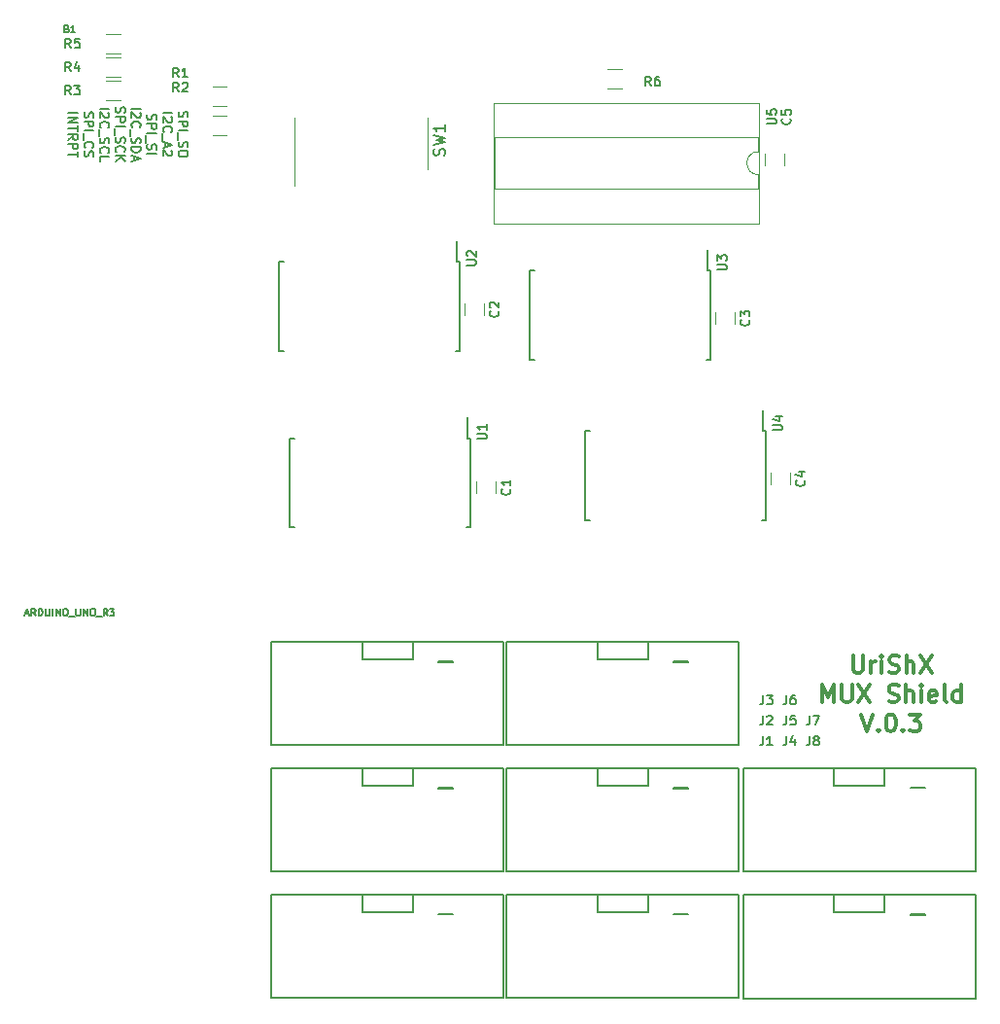
<source format=gto>
G04 #@! TF.FileFunction,Legend,Top*
%FSLAX46Y46*%
G04 Gerber Fmt 4.6, Leading zero omitted, Abs format (unit mm)*
G04 Created by KiCad (PCBNEW 4.0.7-e2-6376~58~ubuntu16.04.1) date Mon Aug 13 19:04:16 2018*
%MOMM*%
%LPD*%
G01*
G04 APERTURE LIST*
%ADD10C,0.100000*%
%ADD11C,0.300000*%
%ADD12C,0.152400*%
%ADD13C,0.120000*%
%ADD14C,0.150000*%
%ADD15C,0.203200*%
%ADD16C,0.127000*%
G04 APERTURE END LIST*
D10*
D11*
X167076858Y-111690571D02*
X167076858Y-112904857D01*
X167148286Y-113047714D01*
X167219715Y-113119143D01*
X167362572Y-113190571D01*
X167648286Y-113190571D01*
X167791144Y-113119143D01*
X167862572Y-113047714D01*
X167934001Y-112904857D01*
X167934001Y-111690571D01*
X168648287Y-113190571D02*
X168648287Y-112190571D01*
X168648287Y-112476286D02*
X168719715Y-112333429D01*
X168791144Y-112262000D01*
X168934001Y-112190571D01*
X169076858Y-112190571D01*
X169576858Y-113190571D02*
X169576858Y-112190571D01*
X169576858Y-111690571D02*
X169505429Y-111762000D01*
X169576858Y-111833429D01*
X169648286Y-111762000D01*
X169576858Y-111690571D01*
X169576858Y-111833429D01*
X170219715Y-113119143D02*
X170434001Y-113190571D01*
X170791144Y-113190571D01*
X170934001Y-113119143D01*
X171005430Y-113047714D01*
X171076858Y-112904857D01*
X171076858Y-112762000D01*
X171005430Y-112619143D01*
X170934001Y-112547714D01*
X170791144Y-112476286D01*
X170505430Y-112404857D01*
X170362572Y-112333429D01*
X170291144Y-112262000D01*
X170219715Y-112119143D01*
X170219715Y-111976286D01*
X170291144Y-111833429D01*
X170362572Y-111762000D01*
X170505430Y-111690571D01*
X170862572Y-111690571D01*
X171076858Y-111762000D01*
X171719715Y-113190571D02*
X171719715Y-111690571D01*
X172362572Y-113190571D02*
X172362572Y-112404857D01*
X172291143Y-112262000D01*
X172148286Y-112190571D01*
X171934001Y-112190571D01*
X171791143Y-112262000D01*
X171719715Y-112333429D01*
X172934001Y-111690571D02*
X173934001Y-113190571D01*
X173934001Y-111690571D02*
X172934001Y-113190571D01*
X164398286Y-115740571D02*
X164398286Y-114240571D01*
X164898286Y-115312000D01*
X165398286Y-114240571D01*
X165398286Y-115740571D01*
X166112572Y-114240571D02*
X166112572Y-115454857D01*
X166184000Y-115597714D01*
X166255429Y-115669143D01*
X166398286Y-115740571D01*
X166684000Y-115740571D01*
X166826858Y-115669143D01*
X166898286Y-115597714D01*
X166969715Y-115454857D01*
X166969715Y-114240571D01*
X167541144Y-114240571D02*
X168541144Y-115740571D01*
X168541144Y-114240571D02*
X167541144Y-115740571D01*
X170184000Y-115669143D02*
X170398286Y-115740571D01*
X170755429Y-115740571D01*
X170898286Y-115669143D01*
X170969715Y-115597714D01*
X171041143Y-115454857D01*
X171041143Y-115312000D01*
X170969715Y-115169143D01*
X170898286Y-115097714D01*
X170755429Y-115026286D01*
X170469715Y-114954857D01*
X170326857Y-114883429D01*
X170255429Y-114812000D01*
X170184000Y-114669143D01*
X170184000Y-114526286D01*
X170255429Y-114383429D01*
X170326857Y-114312000D01*
X170469715Y-114240571D01*
X170826857Y-114240571D01*
X171041143Y-114312000D01*
X171684000Y-115740571D02*
X171684000Y-114240571D01*
X172326857Y-115740571D02*
X172326857Y-114954857D01*
X172255428Y-114812000D01*
X172112571Y-114740571D01*
X171898286Y-114740571D01*
X171755428Y-114812000D01*
X171684000Y-114883429D01*
X173041143Y-115740571D02*
X173041143Y-114740571D01*
X173041143Y-114240571D02*
X172969714Y-114312000D01*
X173041143Y-114383429D01*
X173112571Y-114312000D01*
X173041143Y-114240571D01*
X173041143Y-114383429D01*
X174326857Y-115669143D02*
X174184000Y-115740571D01*
X173898286Y-115740571D01*
X173755429Y-115669143D01*
X173684000Y-115526286D01*
X173684000Y-114954857D01*
X173755429Y-114812000D01*
X173898286Y-114740571D01*
X174184000Y-114740571D01*
X174326857Y-114812000D01*
X174398286Y-114954857D01*
X174398286Y-115097714D01*
X173684000Y-115240571D01*
X175255429Y-115740571D02*
X175112571Y-115669143D01*
X175041143Y-115526286D01*
X175041143Y-114240571D01*
X176469714Y-115740571D02*
X176469714Y-114240571D01*
X176469714Y-115669143D02*
X176326857Y-115740571D01*
X176041143Y-115740571D01*
X175898285Y-115669143D01*
X175826857Y-115597714D01*
X175755428Y-115454857D01*
X175755428Y-115026286D01*
X175826857Y-114883429D01*
X175898285Y-114812000D01*
X176041143Y-114740571D01*
X176326857Y-114740571D01*
X176469714Y-114812000D01*
X167791143Y-116790571D02*
X168291143Y-118290571D01*
X168791143Y-116790571D01*
X169291143Y-118147714D02*
X169362571Y-118219143D01*
X169291143Y-118290571D01*
X169219714Y-118219143D01*
X169291143Y-118147714D01*
X169291143Y-118290571D01*
X170291143Y-116790571D02*
X170434000Y-116790571D01*
X170576857Y-116862000D01*
X170648286Y-116933429D01*
X170719715Y-117076286D01*
X170791143Y-117362000D01*
X170791143Y-117719143D01*
X170719715Y-118004857D01*
X170648286Y-118147714D01*
X170576857Y-118219143D01*
X170434000Y-118290571D01*
X170291143Y-118290571D01*
X170148286Y-118219143D01*
X170076857Y-118147714D01*
X170005429Y-118004857D01*
X169934000Y-117719143D01*
X169934000Y-117362000D01*
X170005429Y-117076286D01*
X170076857Y-116933429D01*
X170148286Y-116862000D01*
X170291143Y-116790571D01*
X171434000Y-118147714D02*
X171505428Y-118219143D01*
X171434000Y-118290571D01*
X171362571Y-118219143D01*
X171434000Y-118147714D01*
X171434000Y-118290571D01*
X172005429Y-116790571D02*
X172934000Y-116790571D01*
X172434000Y-117362000D01*
X172648286Y-117362000D01*
X172791143Y-117433429D01*
X172862572Y-117504857D01*
X172934000Y-117647714D01*
X172934000Y-118004857D01*
X172862572Y-118147714D01*
X172791143Y-118219143D01*
X172648286Y-118290571D01*
X172219714Y-118290571D01*
X172076857Y-118219143D01*
X172005429Y-118147714D01*
D12*
X108357610Y-64339410D02*
X108318905Y-64455524D01*
X108318905Y-64649048D01*
X108357610Y-64726458D01*
X108396314Y-64765162D01*
X108473724Y-64803867D01*
X108551133Y-64803867D01*
X108628543Y-64765162D01*
X108667248Y-64726458D01*
X108705952Y-64649048D01*
X108744657Y-64494229D01*
X108783362Y-64416820D01*
X108822067Y-64378115D01*
X108899476Y-64339410D01*
X108976886Y-64339410D01*
X109054295Y-64378115D01*
X109093000Y-64416820D01*
X109131705Y-64494229D01*
X109131705Y-64687753D01*
X109093000Y-64803867D01*
X108318905Y-65152210D02*
X109131705Y-65152210D01*
X109131705Y-65461848D01*
X109093000Y-65539257D01*
X109054295Y-65577962D01*
X108976886Y-65616667D01*
X108860771Y-65616667D01*
X108783362Y-65577962D01*
X108744657Y-65539257D01*
X108705952Y-65461848D01*
X108705952Y-65152210D01*
X108318905Y-65965010D02*
X109131705Y-65965010D01*
X108241495Y-66158534D02*
X108241495Y-66777810D01*
X108357610Y-66932629D02*
X108318905Y-67048743D01*
X108318905Y-67242267D01*
X108357610Y-67319677D01*
X108396314Y-67358381D01*
X108473724Y-67397086D01*
X108551133Y-67397086D01*
X108628543Y-67358381D01*
X108667248Y-67319677D01*
X108705952Y-67242267D01*
X108744657Y-67087448D01*
X108783362Y-67010039D01*
X108822067Y-66971334D01*
X108899476Y-66932629D01*
X108976886Y-66932629D01*
X109054295Y-66971334D01*
X109093000Y-67010039D01*
X109131705Y-67087448D01*
X109131705Y-67280972D01*
X109093000Y-67397086D01*
X109131705Y-67900248D02*
X109131705Y-68055067D01*
X109093000Y-68132476D01*
X109015590Y-68209886D01*
X108860771Y-68248591D01*
X108589838Y-68248591D01*
X108435019Y-68209886D01*
X108357610Y-68132476D01*
X108318905Y-68055067D01*
X108318905Y-67900248D01*
X108357610Y-67822838D01*
X108435019Y-67745429D01*
X108589838Y-67706724D01*
X108860771Y-67706724D01*
X109015590Y-67745429D01*
X109093000Y-67822838D01*
X109131705Y-67900248D01*
X106947305Y-64455524D02*
X107760105Y-64455524D01*
X107682695Y-64803867D02*
X107721400Y-64842572D01*
X107760105Y-64919981D01*
X107760105Y-65113505D01*
X107721400Y-65190915D01*
X107682695Y-65229619D01*
X107605286Y-65268324D01*
X107527876Y-65268324D01*
X107411762Y-65229619D01*
X106947305Y-64765162D01*
X106947305Y-65268324D01*
X107024714Y-66081124D02*
X106986010Y-66042419D01*
X106947305Y-65926305D01*
X106947305Y-65848895D01*
X106986010Y-65732781D01*
X107063419Y-65655372D01*
X107140829Y-65616667D01*
X107295648Y-65577962D01*
X107411762Y-65577962D01*
X107566581Y-65616667D01*
X107643990Y-65655372D01*
X107721400Y-65732781D01*
X107760105Y-65848895D01*
X107760105Y-65926305D01*
X107721400Y-66042419D01*
X107682695Y-66081124D01*
X106869895Y-66235943D02*
X106869895Y-66855219D01*
X107179533Y-67010038D02*
X107179533Y-67397086D01*
X106947305Y-66932629D02*
X107760105Y-67203562D01*
X106947305Y-67474495D01*
X107682695Y-67706724D02*
X107721400Y-67745429D01*
X107760105Y-67822838D01*
X107760105Y-68016362D01*
X107721400Y-68093772D01*
X107682695Y-68132476D01*
X107605286Y-68171181D01*
X107527876Y-68171181D01*
X107411762Y-68132476D01*
X106947305Y-67668019D01*
X106947305Y-68171181D01*
X105614410Y-64571638D02*
X105575705Y-64687752D01*
X105575705Y-64881276D01*
X105614410Y-64958686D01*
X105653114Y-64997390D01*
X105730524Y-65036095D01*
X105807933Y-65036095D01*
X105885343Y-64997390D01*
X105924048Y-64958686D01*
X105962752Y-64881276D01*
X106001457Y-64726457D01*
X106040162Y-64649048D01*
X106078867Y-64610343D01*
X106156276Y-64571638D01*
X106233686Y-64571638D01*
X106311095Y-64610343D01*
X106349800Y-64649048D01*
X106388505Y-64726457D01*
X106388505Y-64919981D01*
X106349800Y-65036095D01*
X105575705Y-65384438D02*
X106388505Y-65384438D01*
X106388505Y-65694076D01*
X106349800Y-65771485D01*
X106311095Y-65810190D01*
X106233686Y-65848895D01*
X106117571Y-65848895D01*
X106040162Y-65810190D01*
X106001457Y-65771485D01*
X105962752Y-65694076D01*
X105962752Y-65384438D01*
X105575705Y-66197238D02*
X106388505Y-66197238D01*
X105498295Y-66390762D02*
X105498295Y-67010038D01*
X105614410Y-67164857D02*
X105575705Y-67280971D01*
X105575705Y-67474495D01*
X105614410Y-67551905D01*
X105653114Y-67590609D01*
X105730524Y-67629314D01*
X105807933Y-67629314D01*
X105885343Y-67590609D01*
X105924048Y-67551905D01*
X105962752Y-67474495D01*
X106001457Y-67319676D01*
X106040162Y-67242267D01*
X106078867Y-67203562D01*
X106156276Y-67164857D01*
X106233686Y-67164857D01*
X106311095Y-67203562D01*
X106349800Y-67242267D01*
X106388505Y-67319676D01*
X106388505Y-67513200D01*
X106349800Y-67629314D01*
X105575705Y-67977657D02*
X106388505Y-67977657D01*
X104204105Y-64049124D02*
X105016905Y-64049124D01*
X104939495Y-64397467D02*
X104978200Y-64436172D01*
X105016905Y-64513581D01*
X105016905Y-64707105D01*
X104978200Y-64784515D01*
X104939495Y-64823219D01*
X104862086Y-64861924D01*
X104784676Y-64861924D01*
X104668562Y-64823219D01*
X104204105Y-64358762D01*
X104204105Y-64861924D01*
X104281514Y-65674724D02*
X104242810Y-65636019D01*
X104204105Y-65519905D01*
X104204105Y-65442495D01*
X104242810Y-65326381D01*
X104320219Y-65248972D01*
X104397629Y-65210267D01*
X104552448Y-65171562D01*
X104668562Y-65171562D01*
X104823381Y-65210267D01*
X104900790Y-65248972D01*
X104978200Y-65326381D01*
X105016905Y-65442495D01*
X105016905Y-65519905D01*
X104978200Y-65636019D01*
X104939495Y-65674724D01*
X104126695Y-65829543D02*
X104126695Y-66448819D01*
X104242810Y-66603638D02*
X104204105Y-66719752D01*
X104204105Y-66913276D01*
X104242810Y-66990686D01*
X104281514Y-67029390D01*
X104358924Y-67068095D01*
X104436333Y-67068095D01*
X104513743Y-67029390D01*
X104552448Y-66990686D01*
X104591152Y-66913276D01*
X104629857Y-66758457D01*
X104668562Y-66681048D01*
X104707267Y-66642343D01*
X104784676Y-66603638D01*
X104862086Y-66603638D01*
X104939495Y-66642343D01*
X104978200Y-66681048D01*
X105016905Y-66758457D01*
X105016905Y-66951981D01*
X104978200Y-67068095D01*
X104204105Y-67416438D02*
X105016905Y-67416438D01*
X105016905Y-67609962D01*
X104978200Y-67726076D01*
X104900790Y-67803485D01*
X104823381Y-67842190D01*
X104668562Y-67880895D01*
X104552448Y-67880895D01*
X104397629Y-67842190D01*
X104320219Y-67803485D01*
X104242810Y-67726076D01*
X104204105Y-67609962D01*
X104204105Y-67416438D01*
X104436333Y-68190533D02*
X104436333Y-68577581D01*
X104204105Y-68113124D02*
X105016905Y-68384057D01*
X104204105Y-68654990D01*
X102871210Y-63952362D02*
X102832505Y-64068476D01*
X102832505Y-64262000D01*
X102871210Y-64339410D01*
X102909914Y-64378114D01*
X102987324Y-64416819D01*
X103064733Y-64416819D01*
X103142143Y-64378114D01*
X103180848Y-64339410D01*
X103219552Y-64262000D01*
X103258257Y-64107181D01*
X103296962Y-64029772D01*
X103335667Y-63991067D01*
X103413076Y-63952362D01*
X103490486Y-63952362D01*
X103567895Y-63991067D01*
X103606600Y-64029772D01*
X103645305Y-64107181D01*
X103645305Y-64300705D01*
X103606600Y-64416819D01*
X102832505Y-64765162D02*
X103645305Y-64765162D01*
X103645305Y-65074800D01*
X103606600Y-65152209D01*
X103567895Y-65190914D01*
X103490486Y-65229619D01*
X103374371Y-65229619D01*
X103296962Y-65190914D01*
X103258257Y-65152209D01*
X103219552Y-65074800D01*
X103219552Y-64765162D01*
X102832505Y-65577962D02*
X103645305Y-65577962D01*
X102755095Y-65771486D02*
X102755095Y-66390762D01*
X102871210Y-66545581D02*
X102832505Y-66661695D01*
X102832505Y-66855219D01*
X102871210Y-66932629D01*
X102909914Y-66971333D01*
X102987324Y-67010038D01*
X103064733Y-67010038D01*
X103142143Y-66971333D01*
X103180848Y-66932629D01*
X103219552Y-66855219D01*
X103258257Y-66700400D01*
X103296962Y-66622991D01*
X103335667Y-66584286D01*
X103413076Y-66545581D01*
X103490486Y-66545581D01*
X103567895Y-66584286D01*
X103606600Y-66622991D01*
X103645305Y-66700400D01*
X103645305Y-66893924D01*
X103606600Y-67010038D01*
X102909914Y-67822838D02*
X102871210Y-67784133D01*
X102832505Y-67668019D01*
X102832505Y-67590609D01*
X102871210Y-67474495D01*
X102948619Y-67397086D01*
X103026029Y-67358381D01*
X103180848Y-67319676D01*
X103296962Y-67319676D01*
X103451781Y-67358381D01*
X103529190Y-67397086D01*
X103606600Y-67474495D01*
X103645305Y-67590609D01*
X103645305Y-67668019D01*
X103606600Y-67784133D01*
X103567895Y-67822838D01*
X102832505Y-68171181D02*
X103645305Y-68171181D01*
X102832505Y-68635638D02*
X103296962Y-68287295D01*
X103645305Y-68635638D02*
X103180848Y-68171181D01*
X101460905Y-64068477D02*
X102273705Y-64068477D01*
X102196295Y-64416820D02*
X102235000Y-64455525D01*
X102273705Y-64532934D01*
X102273705Y-64726458D01*
X102235000Y-64803868D01*
X102196295Y-64842572D01*
X102118886Y-64881277D01*
X102041476Y-64881277D01*
X101925362Y-64842572D01*
X101460905Y-64378115D01*
X101460905Y-64881277D01*
X101538314Y-65694077D02*
X101499610Y-65655372D01*
X101460905Y-65539258D01*
X101460905Y-65461848D01*
X101499610Y-65345734D01*
X101577019Y-65268325D01*
X101654429Y-65229620D01*
X101809248Y-65190915D01*
X101925362Y-65190915D01*
X102080181Y-65229620D01*
X102157590Y-65268325D01*
X102235000Y-65345734D01*
X102273705Y-65461848D01*
X102273705Y-65539258D01*
X102235000Y-65655372D01*
X102196295Y-65694077D01*
X101383495Y-65848896D02*
X101383495Y-66468172D01*
X101499610Y-66622991D02*
X101460905Y-66739105D01*
X101460905Y-66932629D01*
X101499610Y-67010039D01*
X101538314Y-67048743D01*
X101615724Y-67087448D01*
X101693133Y-67087448D01*
X101770543Y-67048743D01*
X101809248Y-67010039D01*
X101847952Y-66932629D01*
X101886657Y-66777810D01*
X101925362Y-66700401D01*
X101964067Y-66661696D01*
X102041476Y-66622991D01*
X102118886Y-66622991D01*
X102196295Y-66661696D01*
X102235000Y-66700401D01*
X102273705Y-66777810D01*
X102273705Y-66971334D01*
X102235000Y-67087448D01*
X101538314Y-67900248D02*
X101499610Y-67861543D01*
X101460905Y-67745429D01*
X101460905Y-67668019D01*
X101499610Y-67551905D01*
X101577019Y-67474496D01*
X101654429Y-67435791D01*
X101809248Y-67397086D01*
X101925362Y-67397086D01*
X102080181Y-67435791D01*
X102157590Y-67474496D01*
X102235000Y-67551905D01*
X102273705Y-67668019D01*
X102273705Y-67745429D01*
X102235000Y-67861543D01*
X102196295Y-67900248D01*
X101460905Y-68635638D02*
X101460905Y-68248591D01*
X102273705Y-68248591D01*
X100128010Y-64358762D02*
X100089305Y-64474876D01*
X100089305Y-64668400D01*
X100128010Y-64745810D01*
X100166714Y-64784514D01*
X100244124Y-64823219D01*
X100321533Y-64823219D01*
X100398943Y-64784514D01*
X100437648Y-64745810D01*
X100476352Y-64668400D01*
X100515057Y-64513581D01*
X100553762Y-64436172D01*
X100592467Y-64397467D01*
X100669876Y-64358762D01*
X100747286Y-64358762D01*
X100824695Y-64397467D01*
X100863400Y-64436172D01*
X100902105Y-64513581D01*
X100902105Y-64707105D01*
X100863400Y-64823219D01*
X100089305Y-65171562D02*
X100902105Y-65171562D01*
X100902105Y-65481200D01*
X100863400Y-65558609D01*
X100824695Y-65597314D01*
X100747286Y-65636019D01*
X100631171Y-65636019D01*
X100553762Y-65597314D01*
X100515057Y-65558609D01*
X100476352Y-65481200D01*
X100476352Y-65171562D01*
X100089305Y-65984362D02*
X100902105Y-65984362D01*
X100011895Y-66177886D02*
X100011895Y-66797162D01*
X100166714Y-67455143D02*
X100128010Y-67416438D01*
X100089305Y-67300324D01*
X100089305Y-67222914D01*
X100128010Y-67106800D01*
X100205419Y-67029391D01*
X100282829Y-66990686D01*
X100437648Y-66951981D01*
X100553762Y-66951981D01*
X100708581Y-66990686D01*
X100785990Y-67029391D01*
X100863400Y-67106800D01*
X100902105Y-67222914D01*
X100902105Y-67300324D01*
X100863400Y-67416438D01*
X100824695Y-67455143D01*
X100128010Y-67764781D02*
X100089305Y-67880895D01*
X100089305Y-68074419D01*
X100128010Y-68151829D01*
X100166714Y-68190533D01*
X100244124Y-68229238D01*
X100321533Y-68229238D01*
X100398943Y-68190533D01*
X100437648Y-68151829D01*
X100476352Y-68074419D01*
X100515057Y-67919600D01*
X100553762Y-67842191D01*
X100592467Y-67803486D01*
X100669876Y-67764781D01*
X100747286Y-67764781D01*
X100824695Y-67803486D01*
X100863400Y-67842191D01*
X100902105Y-67919600D01*
X100902105Y-68113124D01*
X100863400Y-68229238D01*
X98717705Y-64436172D02*
X99530505Y-64436172D01*
X98717705Y-64823220D02*
X99530505Y-64823220D01*
X98717705Y-65287677D01*
X99530505Y-65287677D01*
X99530505Y-65558611D02*
X99530505Y-66023068D01*
X98717705Y-65790839D02*
X99530505Y-65790839D01*
X98717705Y-66758458D02*
X99104752Y-66487525D01*
X98717705Y-66294001D02*
X99530505Y-66294001D01*
X99530505Y-66603639D01*
X99491800Y-66681048D01*
X99453095Y-66719753D01*
X99375686Y-66758458D01*
X99259571Y-66758458D01*
X99182162Y-66719753D01*
X99143457Y-66681048D01*
X99104752Y-66603639D01*
X99104752Y-66294001D01*
X98717705Y-67106801D02*
X99530505Y-67106801D01*
X99530505Y-67416439D01*
X99491800Y-67493848D01*
X99453095Y-67532553D01*
X99375686Y-67571258D01*
X99259571Y-67571258D01*
X99182162Y-67532553D01*
X99143457Y-67493848D01*
X99104752Y-67416439D01*
X99104752Y-67106801D01*
X99530505Y-67803487D02*
X99530505Y-68267944D01*
X98717705Y-68035715D02*
X99530505Y-68035715D01*
D13*
X118431000Y-70756000D02*
X118431000Y-64806000D01*
X129981000Y-69306000D02*
X129981000Y-64806000D01*
D14*
X133755000Y-92765000D02*
X133480000Y-92765000D01*
X133755000Y-100515000D02*
X133390000Y-100515000D01*
X118005000Y-100515000D02*
X118370000Y-100515000D01*
X118005000Y-92765000D02*
X118370000Y-92765000D01*
X133755000Y-92765000D02*
X133755000Y-100515000D01*
X118005000Y-92765000D02*
X118005000Y-100515000D01*
X133480000Y-92765000D02*
X133480000Y-90940000D01*
D15*
X173355000Y-134259320D02*
X172085000Y-134259320D01*
X177739040Y-141531340D02*
X157540960Y-141531340D01*
X157540960Y-132534660D02*
X165440360Y-132534660D01*
X165440360Y-132534660D02*
X169839640Y-132534660D01*
X169839640Y-132534660D02*
X177739040Y-132534660D01*
X177739040Y-132534660D02*
X177739040Y-141432280D01*
X157540960Y-141531340D02*
X157540960Y-132534660D01*
X169839640Y-132534660D02*
X169839640Y-134033260D01*
X169839640Y-134033260D02*
X165440360Y-134033260D01*
X165440360Y-134033260D02*
X165440360Y-132534660D01*
X173355000Y-134221220D02*
X172085000Y-134221220D01*
X173355000Y-123210320D02*
X172085000Y-123210320D01*
X177739040Y-130482340D02*
X157540960Y-130482340D01*
X157540960Y-121485660D02*
X165440360Y-121485660D01*
X165440360Y-121485660D02*
X169839640Y-121485660D01*
X169839640Y-121485660D02*
X177739040Y-121485660D01*
X177739040Y-121485660D02*
X177739040Y-130383280D01*
X157540960Y-130482340D02*
X157540960Y-121485660D01*
X169839640Y-121485660D02*
X169839640Y-122984260D01*
X169839640Y-122984260D02*
X165440360Y-122984260D01*
X165440360Y-122984260D02*
X165440360Y-121485660D01*
X173355000Y-123172220D02*
X172085000Y-123172220D01*
X152715000Y-123226320D02*
X151445000Y-123226320D01*
X157099040Y-130498340D02*
X136900960Y-130498340D01*
X136900960Y-121501660D02*
X144800360Y-121501660D01*
X144800360Y-121501660D02*
X149199640Y-121501660D01*
X149199640Y-121501660D02*
X157099040Y-121501660D01*
X157099040Y-121501660D02*
X157099040Y-130399280D01*
X136900960Y-130498340D02*
X136900960Y-121501660D01*
X149199640Y-121501660D02*
X149199640Y-123000260D01*
X149199640Y-123000260D02*
X144800360Y-123000260D01*
X144800360Y-123000260D02*
X144800360Y-121501660D01*
X152715000Y-123188220D02*
X151445000Y-123188220D01*
X132215000Y-112226320D02*
X130945000Y-112226320D01*
X136599040Y-119498340D02*
X116400960Y-119498340D01*
X116400960Y-110501660D02*
X124300360Y-110501660D01*
X124300360Y-110501660D02*
X128699640Y-110501660D01*
X128699640Y-110501660D02*
X136599040Y-110501660D01*
X136599040Y-110501660D02*
X136599040Y-119399280D01*
X116400960Y-119498340D02*
X116400960Y-110501660D01*
X128699640Y-110501660D02*
X128699640Y-112000260D01*
X128699640Y-112000260D02*
X124300360Y-112000260D01*
X124300360Y-112000260D02*
X124300360Y-110501660D01*
X132215000Y-112188220D02*
X130945000Y-112188220D01*
X132215000Y-123226320D02*
X130945000Y-123226320D01*
X136599040Y-130498340D02*
X116400960Y-130498340D01*
X116400960Y-121501660D02*
X124300360Y-121501660D01*
X124300360Y-121501660D02*
X128699640Y-121501660D01*
X128699640Y-121501660D02*
X136599040Y-121501660D01*
X136599040Y-121501660D02*
X136599040Y-130399280D01*
X116400960Y-130498340D02*
X116400960Y-121501660D01*
X128699640Y-121501660D02*
X128699640Y-123000260D01*
X128699640Y-123000260D02*
X124300360Y-123000260D01*
X124300360Y-123000260D02*
X124300360Y-121501660D01*
X132215000Y-123188220D02*
X130945000Y-123188220D01*
X152715000Y-112226320D02*
X151445000Y-112226320D01*
X157099040Y-119498340D02*
X136900960Y-119498340D01*
X136900960Y-110501660D02*
X144800360Y-110501660D01*
X144800360Y-110501660D02*
X149199640Y-110501660D01*
X149199640Y-110501660D02*
X157099040Y-110501660D01*
X157099040Y-110501660D02*
X157099040Y-119399280D01*
X136900960Y-119498340D02*
X136900960Y-110501660D01*
X149199640Y-110501660D02*
X149199640Y-112000260D01*
X149199640Y-112000260D02*
X144800360Y-112000260D01*
X144800360Y-112000260D02*
X144800360Y-110501660D01*
X152715000Y-112188220D02*
X151445000Y-112188220D01*
D13*
X102016000Y-61604000D02*
X103216000Y-61604000D01*
X103216000Y-63364000D02*
X102016000Y-63364000D01*
X134962000Y-82034000D02*
X134962000Y-81034000D01*
X133262000Y-81034000D02*
X133262000Y-82034000D01*
X135978000Y-97528000D02*
X135978000Y-96528000D01*
X134278000Y-96528000D02*
X134278000Y-97528000D01*
X156806000Y-82796000D02*
X156806000Y-81796000D01*
X155106000Y-81796000D02*
X155106000Y-82796000D01*
X161632000Y-96766000D02*
X161632000Y-95766000D01*
X159932000Y-95766000D02*
X159932000Y-96766000D01*
X159400000Y-68000000D02*
X159400000Y-69000000D01*
X161100000Y-69000000D02*
X161100000Y-68000000D01*
X112510000Y-63865000D02*
X111310000Y-63865000D01*
X111310000Y-62105000D02*
X112510000Y-62105000D01*
X112510000Y-66405000D02*
X111310000Y-66405000D01*
X111310000Y-64645000D02*
X112510000Y-64645000D01*
X103216000Y-59300000D02*
X102016000Y-59300000D01*
X102016000Y-57540000D02*
X103216000Y-57540000D01*
X102016000Y-59572000D02*
X103216000Y-59572000D01*
X103216000Y-61332000D02*
X102016000Y-61332000D01*
D14*
X132843000Y-77405000D02*
X132568000Y-77405000D01*
X132843000Y-85155000D02*
X132478000Y-85155000D01*
X117093000Y-85155000D02*
X117458000Y-85155000D01*
X117093000Y-77405000D02*
X117458000Y-77405000D01*
X132843000Y-77405000D02*
X132843000Y-85155000D01*
X117093000Y-77405000D02*
X117093000Y-85155000D01*
X132568000Y-77405000D02*
X132568000Y-75580000D01*
X154687000Y-78167000D02*
X154412000Y-78167000D01*
X154687000Y-85917000D02*
X154322000Y-85917000D01*
X138937000Y-85917000D02*
X139302000Y-85917000D01*
X138937000Y-78167000D02*
X139302000Y-78167000D01*
X154687000Y-78167000D02*
X154687000Y-85917000D01*
X138937000Y-78167000D02*
X138937000Y-85917000D01*
X154412000Y-78167000D02*
X154412000Y-76342000D01*
X159513000Y-92137000D02*
X159238000Y-92137000D01*
X159513000Y-99887000D02*
X159148000Y-99887000D01*
X143763000Y-99887000D02*
X144128000Y-99887000D01*
X143763000Y-92137000D02*
X144128000Y-92137000D01*
X159513000Y-92137000D02*
X159513000Y-99887000D01*
X143763000Y-92137000D02*
X143763000Y-99887000D01*
X159238000Y-92137000D02*
X159238000Y-90312000D01*
D15*
X132215000Y-134226320D02*
X130945000Y-134226320D01*
X136599040Y-141498340D02*
X116400960Y-141498340D01*
X116400960Y-132501660D02*
X124300360Y-132501660D01*
X124300360Y-132501660D02*
X128699640Y-132501660D01*
X128699640Y-132501660D02*
X136599040Y-132501660D01*
X136599040Y-132501660D02*
X136599040Y-141399280D01*
X116400960Y-141498340D02*
X116400960Y-132501660D01*
X128699640Y-132501660D02*
X128699640Y-134000260D01*
X128699640Y-134000260D02*
X124300360Y-134000260D01*
X124300360Y-134000260D02*
X124300360Y-132501660D01*
X132215000Y-134188220D02*
X130945000Y-134188220D01*
X152715000Y-134226320D02*
X151445000Y-134226320D01*
X157099040Y-141498340D02*
X136900960Y-141498340D01*
X136900960Y-132501660D02*
X144800360Y-132501660D01*
X144800360Y-132501660D02*
X149199640Y-132501660D01*
X149199640Y-132501660D02*
X157099040Y-132501660D01*
X157099040Y-132501660D02*
X157099040Y-141399280D01*
X136900960Y-141498340D02*
X136900960Y-132501660D01*
X149199640Y-132501660D02*
X149199640Y-134000260D01*
X149199640Y-134000260D02*
X144800360Y-134000260D01*
X144800360Y-134000260D02*
X144800360Y-132501660D01*
X152715000Y-134188220D02*
X151445000Y-134188220D01*
D13*
X158830000Y-69810000D02*
G75*
G02X158830000Y-67810000I0J1000000D01*
G01*
X158830000Y-67810000D02*
X158830000Y-66560000D01*
X158830000Y-66560000D02*
X135850000Y-66560000D01*
X135850000Y-66560000D02*
X135850000Y-71060000D01*
X135850000Y-71060000D02*
X158830000Y-71060000D01*
X158830000Y-71060000D02*
X158830000Y-69810000D01*
X158890000Y-63560000D02*
X135790000Y-63560000D01*
X135790000Y-63560000D02*
X135790000Y-74060000D01*
X135790000Y-74060000D02*
X158890000Y-74060000D01*
X158890000Y-74060000D02*
X158890000Y-63560000D01*
X145704000Y-60588000D02*
X146904000Y-60588000D01*
X146904000Y-62348000D02*
X145704000Y-62348000D01*
D14*
X131468762Y-68135333D02*
X131516381Y-67992476D01*
X131516381Y-67754380D01*
X131468762Y-67659142D01*
X131421143Y-67611523D01*
X131325905Y-67563904D01*
X131230667Y-67563904D01*
X131135429Y-67611523D01*
X131087810Y-67659142D01*
X131040190Y-67754380D01*
X130992571Y-67944857D01*
X130944952Y-68040095D01*
X130897333Y-68087714D01*
X130802095Y-68135333D01*
X130706857Y-68135333D01*
X130611619Y-68087714D01*
X130564000Y-68040095D01*
X130516381Y-67944857D01*
X130516381Y-67706761D01*
X130564000Y-67563904D01*
X130516381Y-67230571D02*
X131516381Y-66992476D01*
X130802095Y-66801999D01*
X131516381Y-66611523D01*
X130516381Y-66373428D01*
X131516381Y-65468666D02*
X131516381Y-66040095D01*
X131516381Y-65754381D02*
X130516381Y-65754381D01*
X130659238Y-65849619D01*
X130754476Y-65944857D01*
X130802095Y-66040095D01*
D12*
X134324895Y-92814276D02*
X134982876Y-92814276D01*
X135060286Y-92775571D01*
X135098990Y-92736867D01*
X135137695Y-92659457D01*
X135137695Y-92504638D01*
X135098990Y-92427229D01*
X135060286Y-92388524D01*
X134982876Y-92349819D01*
X134324895Y-92349819D01*
X135137695Y-91537019D02*
X135137695Y-92001476D01*
X135137695Y-91769247D02*
X134324895Y-91769247D01*
X134441010Y-91846657D01*
X134518419Y-91924066D01*
X134557124Y-92001476D01*
X163305067Y-116902895D02*
X163305067Y-117483467D01*
X163266363Y-117599581D01*
X163188953Y-117676990D01*
X163072839Y-117715695D01*
X162995429Y-117715695D01*
X163614705Y-116902895D02*
X164156572Y-116902895D01*
X163808229Y-117715695D01*
X163305067Y-118680895D02*
X163305067Y-119261467D01*
X163266363Y-119377581D01*
X163188953Y-119454990D01*
X163072839Y-119493695D01*
X162995429Y-119493695D01*
X163808229Y-119029238D02*
X163730820Y-118990533D01*
X163692115Y-118951829D01*
X163653410Y-118874419D01*
X163653410Y-118835714D01*
X163692115Y-118758305D01*
X163730820Y-118719600D01*
X163808229Y-118680895D01*
X163963048Y-118680895D01*
X164040458Y-118719600D01*
X164079162Y-118758305D01*
X164117867Y-118835714D01*
X164117867Y-118874419D01*
X164079162Y-118951829D01*
X164040458Y-118990533D01*
X163963048Y-119029238D01*
X163808229Y-119029238D01*
X163730820Y-119067943D01*
X163692115Y-119106648D01*
X163653410Y-119184057D01*
X163653410Y-119338876D01*
X163692115Y-119416286D01*
X163730820Y-119454990D01*
X163808229Y-119493695D01*
X163963048Y-119493695D01*
X164040458Y-119454990D01*
X164079162Y-119416286D01*
X164117867Y-119338876D01*
X164117867Y-119184057D01*
X164079162Y-119106648D01*
X164040458Y-119067943D01*
X163963048Y-119029238D01*
X161273067Y-116902895D02*
X161273067Y-117483467D01*
X161234363Y-117599581D01*
X161156953Y-117676990D01*
X161040839Y-117715695D01*
X160963429Y-117715695D01*
X162047162Y-116902895D02*
X161660115Y-116902895D01*
X161621410Y-117289943D01*
X161660115Y-117251238D01*
X161737524Y-117212533D01*
X161931048Y-117212533D01*
X162008458Y-117251238D01*
X162047162Y-117289943D01*
X162085867Y-117367352D01*
X162085867Y-117560876D01*
X162047162Y-117638286D01*
X162008458Y-117676990D01*
X161931048Y-117715695D01*
X161737524Y-117715695D01*
X161660115Y-117676990D01*
X161621410Y-117638286D01*
X159241067Y-115124895D02*
X159241067Y-115705467D01*
X159202363Y-115821581D01*
X159124953Y-115898990D01*
X159008839Y-115937695D01*
X158931429Y-115937695D01*
X159550705Y-115124895D02*
X160053867Y-115124895D01*
X159782934Y-115434533D01*
X159899048Y-115434533D01*
X159976458Y-115473238D01*
X160015162Y-115511943D01*
X160053867Y-115589352D01*
X160053867Y-115782876D01*
X160015162Y-115860286D01*
X159976458Y-115898990D01*
X159899048Y-115937695D01*
X159666820Y-115937695D01*
X159589410Y-115898990D01*
X159550705Y-115860286D01*
X159241067Y-116902895D02*
X159241067Y-117483467D01*
X159202363Y-117599581D01*
X159124953Y-117676990D01*
X159008839Y-117715695D01*
X158931429Y-117715695D01*
X159589410Y-116980305D02*
X159628115Y-116941600D01*
X159705524Y-116902895D01*
X159899048Y-116902895D01*
X159976458Y-116941600D01*
X160015162Y-116980305D01*
X160053867Y-117057714D01*
X160053867Y-117135124D01*
X160015162Y-117251238D01*
X159550705Y-117715695D01*
X160053867Y-117715695D01*
X161273067Y-115124895D02*
X161273067Y-115705467D01*
X161234363Y-115821581D01*
X161156953Y-115898990D01*
X161040839Y-115937695D01*
X160963429Y-115937695D01*
X162008458Y-115124895D02*
X161853639Y-115124895D01*
X161776229Y-115163600D01*
X161737524Y-115202305D01*
X161660115Y-115318419D01*
X161621410Y-115473238D01*
X161621410Y-115782876D01*
X161660115Y-115860286D01*
X161698820Y-115898990D01*
X161776229Y-115937695D01*
X161931048Y-115937695D01*
X162008458Y-115898990D01*
X162047162Y-115860286D01*
X162085867Y-115782876D01*
X162085867Y-115589352D01*
X162047162Y-115511943D01*
X162008458Y-115473238D01*
X161931048Y-115434533D01*
X161776229Y-115434533D01*
X161698820Y-115473238D01*
X161660115Y-115511943D01*
X161621410Y-115589352D01*
X98924534Y-58787695D02*
X98653601Y-58400648D01*
X98460077Y-58787695D02*
X98460077Y-57974895D01*
X98769715Y-57974895D01*
X98847124Y-58013600D01*
X98885829Y-58052305D01*
X98924534Y-58129714D01*
X98924534Y-58245829D01*
X98885829Y-58323238D01*
X98847124Y-58361943D01*
X98769715Y-58400648D01*
X98460077Y-58400648D01*
X99659924Y-57974895D02*
X99272877Y-57974895D01*
X99234172Y-58361943D01*
X99272877Y-58323238D01*
X99350286Y-58284533D01*
X99543810Y-58284533D01*
X99621220Y-58323238D01*
X99659924Y-58361943D01*
X99698629Y-58439352D01*
X99698629Y-58632876D01*
X99659924Y-58710286D01*
X99621220Y-58748990D01*
X99543810Y-58787695D01*
X99350286Y-58787695D01*
X99272877Y-58748990D01*
X99234172Y-58710286D01*
X136152286Y-81669466D02*
X136190990Y-81708171D01*
X136229695Y-81824285D01*
X136229695Y-81901695D01*
X136190990Y-82017809D01*
X136113581Y-82095218D01*
X136036171Y-82133923D01*
X135881352Y-82172628D01*
X135765238Y-82172628D01*
X135610419Y-82133923D01*
X135533010Y-82095218D01*
X135455600Y-82017809D01*
X135416895Y-81901695D01*
X135416895Y-81824285D01*
X135455600Y-81708171D01*
X135494305Y-81669466D01*
X135494305Y-81359828D02*
X135455600Y-81321123D01*
X135416895Y-81243714D01*
X135416895Y-81050190D01*
X135455600Y-80972780D01*
X135494305Y-80934076D01*
X135571714Y-80895371D01*
X135649124Y-80895371D01*
X135765238Y-80934076D01*
X136229695Y-81398533D01*
X136229695Y-80895371D01*
X137168286Y-97163466D02*
X137206990Y-97202171D01*
X137245695Y-97318285D01*
X137245695Y-97395695D01*
X137206990Y-97511809D01*
X137129581Y-97589218D01*
X137052171Y-97627923D01*
X136897352Y-97666628D01*
X136781238Y-97666628D01*
X136626419Y-97627923D01*
X136549010Y-97589218D01*
X136471600Y-97511809D01*
X136432895Y-97395695D01*
X136432895Y-97318285D01*
X136471600Y-97202171D01*
X136510305Y-97163466D01*
X137245695Y-96389371D02*
X137245695Y-96853828D01*
X137245695Y-96621599D02*
X136432895Y-96621599D01*
X136549010Y-96699009D01*
X136626419Y-96776418D01*
X136665124Y-96853828D01*
X157996286Y-82431466D02*
X158034990Y-82470171D01*
X158073695Y-82586285D01*
X158073695Y-82663695D01*
X158034990Y-82779809D01*
X157957581Y-82857218D01*
X157880171Y-82895923D01*
X157725352Y-82934628D01*
X157609238Y-82934628D01*
X157454419Y-82895923D01*
X157377010Y-82857218D01*
X157299600Y-82779809D01*
X157260895Y-82663695D01*
X157260895Y-82586285D01*
X157299600Y-82470171D01*
X157338305Y-82431466D01*
X157260895Y-82160533D02*
X157260895Y-81657371D01*
X157570533Y-81928304D01*
X157570533Y-81812190D01*
X157609238Y-81734780D01*
X157647943Y-81696076D01*
X157725352Y-81657371D01*
X157918876Y-81657371D01*
X157996286Y-81696076D01*
X158034990Y-81734780D01*
X158073695Y-81812190D01*
X158073695Y-82044418D01*
X158034990Y-82121828D01*
X157996286Y-82160533D01*
X162822286Y-96401466D02*
X162860990Y-96440171D01*
X162899695Y-96556285D01*
X162899695Y-96633695D01*
X162860990Y-96749809D01*
X162783581Y-96827218D01*
X162706171Y-96865923D01*
X162551352Y-96904628D01*
X162435238Y-96904628D01*
X162280419Y-96865923D01*
X162203010Y-96827218D01*
X162125600Y-96749809D01*
X162086895Y-96633695D01*
X162086895Y-96556285D01*
X162125600Y-96440171D01*
X162164305Y-96401466D01*
X162357829Y-95704780D02*
X162899695Y-95704780D01*
X162048190Y-95898304D02*
X162628762Y-96091828D01*
X162628762Y-95588666D01*
X161580286Y-64905466D02*
X161618990Y-64944171D01*
X161657695Y-65060285D01*
X161657695Y-65137695D01*
X161618990Y-65253809D01*
X161541581Y-65331218D01*
X161464171Y-65369923D01*
X161309352Y-65408628D01*
X161193238Y-65408628D01*
X161038419Y-65369923D01*
X160961010Y-65331218D01*
X160883600Y-65253809D01*
X160844895Y-65137695D01*
X160844895Y-65060285D01*
X160883600Y-64944171D01*
X160922305Y-64905466D01*
X160844895Y-64170076D02*
X160844895Y-64557123D01*
X161231943Y-64595828D01*
X161193238Y-64557123D01*
X161154533Y-64479714D01*
X161154533Y-64286190D01*
X161193238Y-64208780D01*
X161231943Y-64170076D01*
X161309352Y-64131371D01*
X161502876Y-64131371D01*
X161580286Y-64170076D01*
X161618990Y-64208780D01*
X161657695Y-64286190D01*
X161657695Y-64479714D01*
X161618990Y-64557123D01*
X161580286Y-64595828D01*
X108322534Y-61327695D02*
X108051601Y-60940648D01*
X107858077Y-61327695D02*
X107858077Y-60514895D01*
X108167715Y-60514895D01*
X108245124Y-60553600D01*
X108283829Y-60592305D01*
X108322534Y-60669714D01*
X108322534Y-60785829D01*
X108283829Y-60863238D01*
X108245124Y-60901943D01*
X108167715Y-60940648D01*
X107858077Y-60940648D01*
X109096629Y-61327695D02*
X108632172Y-61327695D01*
X108864401Y-61327695D02*
X108864401Y-60514895D01*
X108786991Y-60631010D01*
X108709582Y-60708419D01*
X108632172Y-60747124D01*
X108322534Y-62597695D02*
X108051601Y-62210648D01*
X107858077Y-62597695D02*
X107858077Y-61784895D01*
X108167715Y-61784895D01*
X108245124Y-61823600D01*
X108283829Y-61862305D01*
X108322534Y-61939714D01*
X108322534Y-62055829D01*
X108283829Y-62133238D01*
X108245124Y-62171943D01*
X108167715Y-62210648D01*
X107858077Y-62210648D01*
X108632172Y-61862305D02*
X108670877Y-61823600D01*
X108748286Y-61784895D01*
X108941810Y-61784895D01*
X109019220Y-61823600D01*
X109057924Y-61862305D01*
X109096629Y-61939714D01*
X109096629Y-62017124D01*
X109057924Y-62133238D01*
X108593467Y-62597695D01*
X109096629Y-62597695D01*
X98924534Y-62851695D02*
X98653601Y-62464648D01*
X98460077Y-62851695D02*
X98460077Y-62038895D01*
X98769715Y-62038895D01*
X98847124Y-62077600D01*
X98885829Y-62116305D01*
X98924534Y-62193714D01*
X98924534Y-62309829D01*
X98885829Y-62387238D01*
X98847124Y-62425943D01*
X98769715Y-62464648D01*
X98460077Y-62464648D01*
X99195467Y-62038895D02*
X99698629Y-62038895D01*
X99427696Y-62348533D01*
X99543810Y-62348533D01*
X99621220Y-62387238D01*
X99659924Y-62425943D01*
X99698629Y-62503352D01*
X99698629Y-62696876D01*
X99659924Y-62774286D01*
X99621220Y-62812990D01*
X99543810Y-62851695D01*
X99311582Y-62851695D01*
X99234172Y-62812990D01*
X99195467Y-62774286D01*
X98924534Y-60819695D02*
X98653601Y-60432648D01*
X98460077Y-60819695D02*
X98460077Y-60006895D01*
X98769715Y-60006895D01*
X98847124Y-60045600D01*
X98885829Y-60084305D01*
X98924534Y-60161714D01*
X98924534Y-60277829D01*
X98885829Y-60355238D01*
X98847124Y-60393943D01*
X98769715Y-60432648D01*
X98460077Y-60432648D01*
X99621220Y-60277829D02*
X99621220Y-60819695D01*
X99427696Y-59968190D02*
X99234172Y-60548762D01*
X99737334Y-60548762D01*
X133412895Y-77708276D02*
X134070876Y-77708276D01*
X134148286Y-77669571D01*
X134186990Y-77630867D01*
X134225695Y-77553457D01*
X134225695Y-77398638D01*
X134186990Y-77321229D01*
X134148286Y-77282524D01*
X134070876Y-77243819D01*
X133412895Y-77243819D01*
X133490305Y-76895476D02*
X133451600Y-76856771D01*
X133412895Y-76779362D01*
X133412895Y-76585838D01*
X133451600Y-76508428D01*
X133490305Y-76469724D01*
X133567714Y-76431019D01*
X133645124Y-76431019D01*
X133761238Y-76469724D01*
X134225695Y-76934181D01*
X134225695Y-76431019D01*
X155256895Y-78089276D02*
X155914876Y-78089276D01*
X155992286Y-78050571D01*
X156030990Y-78011867D01*
X156069695Y-77934457D01*
X156069695Y-77779638D01*
X156030990Y-77702229D01*
X155992286Y-77663524D01*
X155914876Y-77624819D01*
X155256895Y-77624819D01*
X155256895Y-77315181D02*
X155256895Y-76812019D01*
X155566533Y-77082952D01*
X155566533Y-76966838D01*
X155605238Y-76889428D01*
X155643943Y-76850724D01*
X155721352Y-76812019D01*
X155914876Y-76812019D01*
X155992286Y-76850724D01*
X156030990Y-76889428D01*
X156069695Y-76966838D01*
X156069695Y-77199066D01*
X156030990Y-77276476D01*
X155992286Y-77315181D01*
X160082895Y-92059276D02*
X160740876Y-92059276D01*
X160818286Y-92020571D01*
X160856990Y-91981867D01*
X160895695Y-91904457D01*
X160895695Y-91749638D01*
X160856990Y-91672229D01*
X160818286Y-91633524D01*
X160740876Y-91594819D01*
X160082895Y-91594819D01*
X160353829Y-90859428D02*
X160895695Y-90859428D01*
X160044190Y-91052952D02*
X160624762Y-91246476D01*
X160624762Y-90743314D01*
X159241067Y-118680895D02*
X159241067Y-119261467D01*
X159202363Y-119377581D01*
X159124953Y-119454990D01*
X159008839Y-119493695D01*
X158931429Y-119493695D01*
X160053867Y-119493695D02*
X159589410Y-119493695D01*
X159821639Y-119493695D02*
X159821639Y-118680895D01*
X159744229Y-118797010D01*
X159666820Y-118874419D01*
X159589410Y-118913124D01*
X161273067Y-118680895D02*
X161273067Y-119261467D01*
X161234363Y-119377581D01*
X161156953Y-119454990D01*
X161040839Y-119493695D01*
X160963429Y-119493695D01*
X162008458Y-118951829D02*
X162008458Y-119493695D01*
X161814934Y-118642190D02*
X161621410Y-119222762D01*
X162124572Y-119222762D01*
X159574895Y-65389276D02*
X160232876Y-65389276D01*
X160310286Y-65350571D01*
X160348990Y-65311867D01*
X160387695Y-65234457D01*
X160387695Y-65079638D01*
X160348990Y-65002229D01*
X160310286Y-64963524D01*
X160232876Y-64924819D01*
X159574895Y-64924819D01*
X159574895Y-64150724D02*
X159574895Y-64537771D01*
X159961943Y-64576476D01*
X159923238Y-64537771D01*
X159884533Y-64460362D01*
X159884533Y-64266838D01*
X159923238Y-64189428D01*
X159961943Y-64150724D01*
X160039352Y-64112019D01*
X160232876Y-64112019D01*
X160310286Y-64150724D01*
X160348990Y-64189428D01*
X160387695Y-64266838D01*
X160387695Y-64460362D01*
X160348990Y-64537771D01*
X160310286Y-64576476D01*
X149470534Y-62089695D02*
X149199601Y-61702648D01*
X149006077Y-62089695D02*
X149006077Y-61276895D01*
X149315715Y-61276895D01*
X149393124Y-61315600D01*
X149431829Y-61354305D01*
X149470534Y-61431714D01*
X149470534Y-61547829D01*
X149431829Y-61625238D01*
X149393124Y-61663943D01*
X149315715Y-61702648D01*
X149006077Y-61702648D01*
X150167220Y-61276895D02*
X150012401Y-61276895D01*
X149934991Y-61315600D01*
X149896286Y-61354305D01*
X149818877Y-61470419D01*
X149780172Y-61625238D01*
X149780172Y-61934876D01*
X149818877Y-62012286D01*
X149857582Y-62050990D01*
X149934991Y-62089695D01*
X150089810Y-62089695D01*
X150167220Y-62050990D01*
X150205924Y-62012286D01*
X150244629Y-61934876D01*
X150244629Y-61741352D01*
X150205924Y-61663943D01*
X150167220Y-61625238D01*
X150089810Y-61586533D01*
X149934991Y-61586533D01*
X149857582Y-61625238D01*
X149818877Y-61663943D01*
X149780172Y-61741352D01*
D16*
X98582258Y-57099457D02*
X98669344Y-57128486D01*
X98698372Y-57157514D01*
X98727401Y-57215571D01*
X98727401Y-57302657D01*
X98698372Y-57360714D01*
X98669344Y-57389743D01*
X98611286Y-57418771D01*
X98379058Y-57418771D01*
X98379058Y-56809171D01*
X98582258Y-56809171D01*
X98640315Y-56838200D01*
X98669344Y-56867229D01*
X98698372Y-56925286D01*
X98698372Y-56983343D01*
X98669344Y-57041400D01*
X98640315Y-57070429D01*
X98582258Y-57099457D01*
X98379058Y-57099457D01*
X99307972Y-57418771D02*
X98959629Y-57418771D01*
X99133801Y-57418771D02*
X99133801Y-56809171D01*
X99075744Y-56896257D01*
X99017686Y-56954314D01*
X98959629Y-56983343D01*
X94953685Y-108044600D02*
X95243971Y-108044600D01*
X94895628Y-108218771D02*
X95098828Y-107609171D01*
X95302028Y-108218771D01*
X95853571Y-108218771D02*
X95650371Y-107928486D01*
X95505228Y-108218771D02*
X95505228Y-107609171D01*
X95737456Y-107609171D01*
X95795514Y-107638200D01*
X95824542Y-107667229D01*
X95853571Y-107725286D01*
X95853571Y-107812371D01*
X95824542Y-107870429D01*
X95795514Y-107899457D01*
X95737456Y-107928486D01*
X95505228Y-107928486D01*
X96114828Y-108218771D02*
X96114828Y-107609171D01*
X96259971Y-107609171D01*
X96347056Y-107638200D01*
X96405114Y-107696257D01*
X96434142Y-107754314D01*
X96463171Y-107870429D01*
X96463171Y-107957514D01*
X96434142Y-108073629D01*
X96405114Y-108131686D01*
X96347056Y-108189743D01*
X96259971Y-108218771D01*
X96114828Y-108218771D01*
X96724428Y-107609171D02*
X96724428Y-108102657D01*
X96753456Y-108160714D01*
X96782485Y-108189743D01*
X96840542Y-108218771D01*
X96956656Y-108218771D01*
X97014714Y-108189743D01*
X97043742Y-108160714D01*
X97072771Y-108102657D01*
X97072771Y-107609171D01*
X97363057Y-108218771D02*
X97363057Y-107609171D01*
X97653343Y-108218771D02*
X97653343Y-107609171D01*
X98001686Y-108218771D01*
X98001686Y-107609171D01*
X98408086Y-107609171D02*
X98524200Y-107609171D01*
X98582258Y-107638200D01*
X98640315Y-107696257D01*
X98669343Y-107812371D01*
X98669343Y-108015571D01*
X98640315Y-108131686D01*
X98582258Y-108189743D01*
X98524200Y-108218771D01*
X98408086Y-108218771D01*
X98350029Y-108189743D01*
X98291972Y-108131686D01*
X98262943Y-108015571D01*
X98262943Y-107812371D01*
X98291972Y-107696257D01*
X98350029Y-107638200D01*
X98408086Y-107609171D01*
X98785458Y-108276829D02*
X99249915Y-108276829D01*
X99395058Y-107609171D02*
X99395058Y-108102657D01*
X99424086Y-108160714D01*
X99453115Y-108189743D01*
X99511172Y-108218771D01*
X99627286Y-108218771D01*
X99685344Y-108189743D01*
X99714372Y-108160714D01*
X99743401Y-108102657D01*
X99743401Y-107609171D01*
X100033687Y-108218771D02*
X100033687Y-107609171D01*
X100382030Y-108218771D01*
X100382030Y-107609171D01*
X100788430Y-107609171D02*
X100904544Y-107609171D01*
X100962602Y-107638200D01*
X101020659Y-107696257D01*
X101049687Y-107812371D01*
X101049687Y-108015571D01*
X101020659Y-108131686D01*
X100962602Y-108189743D01*
X100904544Y-108218771D01*
X100788430Y-108218771D01*
X100730373Y-108189743D01*
X100672316Y-108131686D01*
X100643287Y-108015571D01*
X100643287Y-107812371D01*
X100672316Y-107696257D01*
X100730373Y-107638200D01*
X100788430Y-107609171D01*
X101165802Y-108276829D02*
X101630259Y-108276829D01*
X102123745Y-108218771D02*
X101920545Y-107928486D01*
X101775402Y-108218771D02*
X101775402Y-107609171D01*
X102007630Y-107609171D01*
X102065688Y-107638200D01*
X102094716Y-107667229D01*
X102123745Y-107725286D01*
X102123745Y-107812371D01*
X102094716Y-107870429D01*
X102065688Y-107899457D01*
X102007630Y-107928486D01*
X101775402Y-107928486D01*
X102326945Y-107609171D02*
X102704316Y-107609171D01*
X102501116Y-107841400D01*
X102588202Y-107841400D01*
X102646259Y-107870429D01*
X102675288Y-107899457D01*
X102704316Y-107957514D01*
X102704316Y-108102657D01*
X102675288Y-108160714D01*
X102646259Y-108189743D01*
X102588202Y-108218771D01*
X102414030Y-108218771D01*
X102355973Y-108189743D01*
X102326945Y-108160714D01*
M02*

</source>
